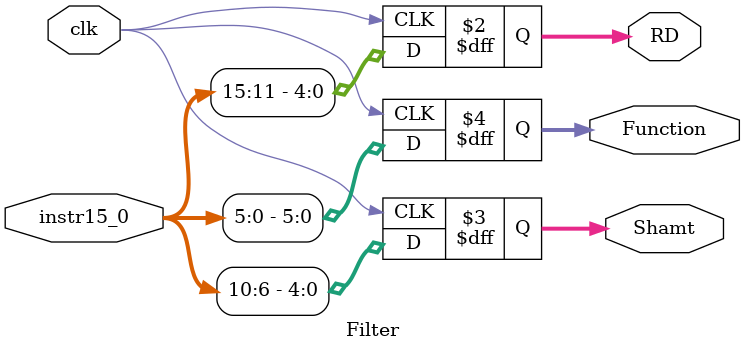
<source format=v>
module Filter(clk, instr15_0, RD, Shamt, Function);

	input wire clk;
	input wire [15:0] instr15_0;
	output reg [4:0] RD, Shamt;
	output reg [5:0] Function;
	
	always @(posedge clk) begin
		RD = {instr15_0[15:11]};
		Shamt = {instr15_0[10:6]};
		Function = {instr15_0[5:0]};
	end

endmodule 
</source>
